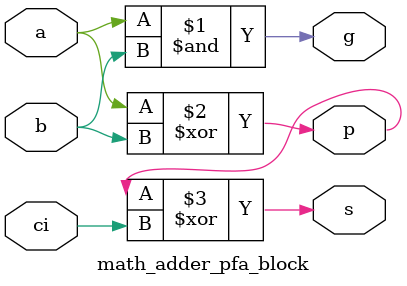
<source format=v>

`timescale 1ns / 1ps
`default_nettype none

module math_adder_pfa_block( input wire a,      // a
								     input wire b,      // b
									  input wire ci,		// carry in
									  output wire s,     // sum
									  output wire p,     // propagate carry
								     output wire g );   // generate carry

    assign g = a & b;
	 assign p = a ^ b;
	 assign s = p ^ ci;
	 
endmodule
</source>
